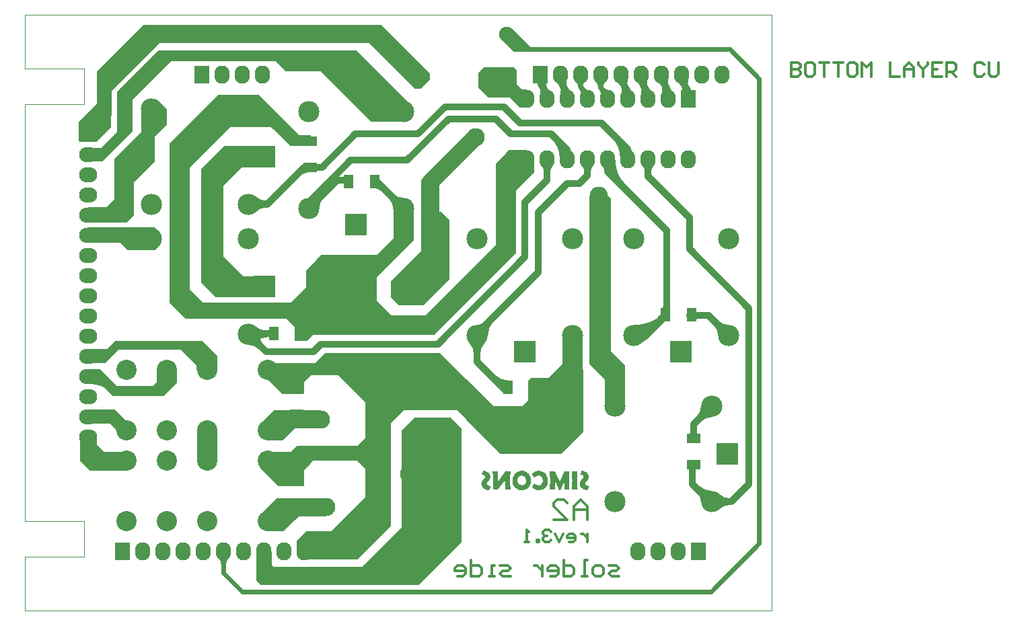
<source format=gbl>
%FSLAX25Y25*%
%MOIN*%
G70*
G01*
G75*
G04 Layer_Physical_Order=2*
G04 Layer_Color=16711680*
%ADD10C,0.03200*%
%ADD11C,0.02400*%
%ADD12R,0.06693X0.06693*%
%ADD13R,0.06693X0.06693*%
%ADD14C,0.00400*%
%ADD15C,0.01200*%
%ADD16R,0.07500X0.09000*%
%ADD17O,0.07500X0.09000*%
%ADD18O,0.07500X0.09000*%
%ADD19R,0.07500X0.09000*%
%ADD20O,0.09000X0.07500*%
%ADD21R,0.09000X0.07500*%
%ADD22R,0.10500X0.10500*%
%ADD23C,0.10500*%
%ADD24R,0.10500X0.10500*%
%ADD25C,0.10000*%
%ADD26C,0.09000*%
%ADD27C,0.07500*%
%ADD28C,0.06000*%
%ADD29C,0.04000*%
%ADD30R,0.06693X0.05118*%
%ADD31R,0.05118X0.06693*%
%ADD32C,0.01400*%
G36*
X429500Y476000D02*
X433000Y472500D01*
X444000D01*
Y463000D01*
X426000D01*
X423500Y465500D01*
X421000Y468000D01*
Y479500D01*
Y480000D01*
X429500D01*
Y476000D01*
D02*
G37*
G36*
X543000Y440500D02*
X529300D01*
X527600Y438800D01*
X521800Y433000D01*
X513900D01*
X510400Y441400D01*
X518500Y449500D01*
X543000D01*
Y440500D01*
D02*
G37*
G36*
X610000Y484000D02*
Y478000D01*
Y427500D01*
X603500Y421000D01*
X589000Y406500D01*
X510500D01*
X510000Y407000D01*
X508500Y408500D01*
Y423000D01*
X516000D01*
Y416500D01*
X517000Y415500D01*
X561000D01*
X580500Y435000D01*
Y469500D01*
Y483000D01*
X585500Y488000D01*
X587000Y489500D01*
X604500D01*
X610000Y484000D01*
D02*
G37*
G36*
X446500Y485500D02*
X443000Y482000D01*
X440000D01*
Y482500D01*
X438500Y484000D01*
X436000Y486500D01*
X425000D01*
Y493500D01*
X438500D01*
X446500Y485500D01*
D02*
G37*
G36*
X540500Y484000D02*
X527500D01*
X524500Y481000D01*
X521500Y478000D01*
X514000D01*
X510500Y486500D01*
X517000Y493000D01*
X540500D01*
Y484000D01*
D02*
G37*
G36*
X489000Y482500D02*
Y467500D01*
X481000D01*
X480000Y466500D01*
X479000Y467500D01*
Y483000D01*
X488500D01*
X489000Y482500D01*
D02*
G37*
G36*
X667456Y462806D02*
X667500Y462762D01*
X667515Y462718D01*
Y462689D01*
Y462557D01*
Y462396D01*
X667500Y462074D01*
Y461723D01*
X667485Y461386D01*
Y461079D01*
Y460947D01*
X667471Y460830D01*
Y460727D01*
Y460654D01*
Y460610D01*
Y460595D01*
X667456Y460347D01*
Y460112D01*
Y459893D01*
X667442Y459688D01*
Y459497D01*
Y459322D01*
Y459161D01*
X667427Y459029D01*
Y458912D01*
Y458795D01*
Y458707D01*
Y458634D01*
Y458575D01*
Y458531D01*
Y458517D01*
Y458502D01*
Y458326D01*
Y458121D01*
X667442Y457872D01*
Y457609D01*
X667456Y457331D01*
Y457038D01*
X667485Y456467D01*
X667500Y456174D01*
Y455911D01*
X667515Y455676D01*
X667529Y455457D01*
Y455281D01*
X667544Y455149D01*
Y455061D01*
Y455047D01*
Y455032D01*
X667559Y454813D01*
Y454622D01*
X667573Y454461D01*
Y454329D01*
X667588Y454212D01*
Y454125D01*
Y454051D01*
Y453993D01*
X667603Y453920D01*
Y453890D01*
X667588Y453832D01*
X667573Y453788D01*
X667515Y453729D01*
X667456Y453715D01*
X667427Y453700D01*
X667368Y453685D01*
X667295D01*
X667119Y453671D01*
X666929Y453656D01*
X666724D01*
X666519Y453641D01*
X665963D01*
X665743Y453656D01*
X665553D01*
X665377Y453671D01*
X665260Y453685D01*
X665158D01*
X665099Y453700D01*
X664982D01*
X664938Y453715D01*
X664909D01*
X664880Y453759D01*
X664850Y453802D01*
Y453861D01*
Y453876D01*
Y454037D01*
Y454198D01*
Y454564D01*
X664865Y454944D01*
Y455325D01*
X664880Y455501D01*
Y455662D01*
Y455808D01*
Y455940D01*
X664894Y456042D01*
Y456116D01*
Y456174D01*
Y456189D01*
Y456467D01*
X664909Y456731D01*
Y456979D01*
Y457199D01*
Y457419D01*
Y457609D01*
X664923Y457770D01*
Y457931D01*
Y458063D01*
Y458180D01*
Y458282D01*
Y458356D01*
Y458429D01*
Y458473D01*
Y458487D01*
Y458502D01*
Y458648D01*
Y458795D01*
X664909Y459131D01*
X664894Y459468D01*
X664880Y459820D01*
Y460112D01*
X664865Y460259D01*
Y460361D01*
X664850Y460464D01*
Y460537D01*
Y460581D01*
Y460595D01*
X664836Y460844D01*
X664821Y461093D01*
Y461313D01*
X664806Y461518D01*
Y461708D01*
X664792Y461869D01*
Y462030D01*
Y462177D01*
X664777Y462294D01*
Y462396D01*
Y462484D01*
Y462557D01*
Y462616D01*
Y462660D01*
Y462674D01*
Y462689D01*
X664792Y462733D01*
X664806Y462777D01*
X664865Y462821D01*
X664938Y462835D01*
X665348D01*
X665436Y462821D01*
X665699D01*
X665831Y462806D01*
X666329D01*
X666534Y462821D01*
X666915D01*
X667032Y462835D01*
X667368D01*
X667456Y462806D01*
D02*
G37*
G36*
X640284Y463070D02*
X640636Y463026D01*
X640972Y462953D01*
X641294Y462865D01*
X641587Y462762D01*
X641865Y462630D01*
X642114Y462513D01*
X642349Y462382D01*
X642554Y462235D01*
X642729Y462118D01*
X642890Y462001D01*
X643022Y461884D01*
X643124Y461796D01*
X643198Y461723D01*
X643242Y461679D01*
X643256Y461664D01*
X643491Y461401D01*
X643681Y461123D01*
X643856Y460844D01*
X644003Y460552D01*
X644135Y460259D01*
X644237Y459981D01*
X644325Y459702D01*
X644398Y459439D01*
X644457Y459190D01*
X644486Y458970D01*
X644515Y458765D01*
X644545Y458590D01*
Y458443D01*
X644559Y458341D01*
Y458282D01*
Y458253D01*
X644545Y457887D01*
X644501Y457521D01*
X644442Y457184D01*
X644354Y456877D01*
X644252Y456569D01*
X644149Y456291D01*
X644032Y456042D01*
X643900Y455808D01*
X643783Y455589D01*
X643666Y455413D01*
X643564Y455252D01*
X643461Y455120D01*
X643373Y455018D01*
X643315Y454930D01*
X643271Y454886D01*
X643256Y454871D01*
X643007Y454622D01*
X642729Y454403D01*
X642466Y454227D01*
X642173Y454066D01*
X641895Y453920D01*
X641617Y453802D01*
X641353Y453715D01*
X641089Y453641D01*
X640855Y453583D01*
X640621Y453539D01*
X640431Y453510D01*
X640255Y453495D01*
X640109Y453480D01*
X640006Y453466D01*
X639918D01*
X639552Y453480D01*
X639201Y453524D01*
X638864Y453597D01*
X638542Y453685D01*
X638249Y453788D01*
X637971Y453905D01*
X637722Y454037D01*
X637488Y454169D01*
X637283Y454286D01*
X637093Y454417D01*
X636932Y454534D01*
X636800Y454637D01*
X636697Y454725D01*
X636624Y454798D01*
X636580Y454842D01*
X636566Y454857D01*
X636332Y455120D01*
X636141Y455398D01*
X635965Y455676D01*
X635819Y455969D01*
X635687Y456247D01*
X635585Y456540D01*
X635497Y456804D01*
X635424Y457067D01*
X635365Y457316D01*
X635336Y457536D01*
X635307Y457741D01*
X635277Y457916D01*
Y458063D01*
X635263Y458165D01*
Y458224D01*
Y458253D01*
X635277Y458619D01*
X635321Y458985D01*
X635380Y459322D01*
X635468Y459644D01*
X635570Y459937D01*
X635673Y460215D01*
X635805Y460478D01*
X635922Y460713D01*
X636039Y460932D01*
X636156Y461123D01*
X636273Y461283D01*
X636375Y461415D01*
X636463Y461518D01*
X636522Y461606D01*
X636566Y461650D01*
X636580Y461664D01*
X636844Y461913D01*
X637107Y462133D01*
X637386Y462323D01*
X637664Y462484D01*
X637942Y462630D01*
X638220Y462733D01*
X638484Y462835D01*
X638747Y462909D01*
X638996Y462967D01*
X639216Y463011D01*
X639406Y463040D01*
X639582Y463070D01*
X639728D01*
X639830Y463084D01*
X639918D01*
X640284Y463070D01*
D02*
G37*
G36*
X669784Y463099D02*
X669799D01*
X670267Y463011D01*
X670692Y462879D01*
X671072Y462747D01*
X671233Y462674D01*
X671394Y462601D01*
X671526Y462528D01*
X671658Y462469D01*
X671760Y462411D01*
X671848Y462352D01*
X671921Y462308D01*
X671965Y462279D01*
X671995Y462264D01*
X672009Y462250D01*
X672199Y462103D01*
X672375Y461942D01*
X672522Y461781D01*
X672639Y461606D01*
X672756Y461445D01*
X672844Y461283D01*
X672917Y461123D01*
X672975Y460961D01*
X673049Y460698D01*
X673078Y460566D01*
X673093Y460478D01*
Y460391D01*
X673107Y460332D01*
Y460288D01*
Y460273D01*
X673093Y459981D01*
X673034Y459688D01*
X672961Y459439D01*
X672888Y459219D01*
X672800Y459044D01*
X672741Y458897D01*
X672683Y458809D01*
X672668Y458795D01*
Y458780D01*
X672653Y458751D01*
X672609Y458707D01*
X672507Y458575D01*
X672375Y458414D01*
X672229Y458238D01*
X672082Y458077D01*
X671951Y457931D01*
X671907Y457872D01*
X671863Y457829D01*
X671848Y457799D01*
X671834Y457785D01*
X671687Y457594D01*
X671570Y457419D01*
X671497Y457258D01*
X671438Y457126D01*
X671409Y457009D01*
X671380Y456921D01*
Y456862D01*
Y456848D01*
Y456731D01*
X671409Y456613D01*
X671482Y456408D01*
X671599Y456247D01*
X671716Y456101D01*
X671848Y455999D01*
X671965Y455911D01*
X672039Y455867D01*
X672053Y455852D01*
X672068D01*
X672126Y455823D01*
X672199Y455794D01*
X672390Y455720D01*
X672595Y455662D01*
X672800Y455603D01*
X672990Y455559D01*
X673151Y455515D01*
X673224Y455501D01*
X673268D01*
X673298Y455486D01*
X673312D01*
X673356Y455457D01*
X673385Y455428D01*
X673400Y455413D01*
Y455398D01*
Y455354D01*
X673371Y455296D01*
X673312Y455135D01*
X673239Y454959D01*
X673137Y454754D01*
X673049Y454578D01*
X672961Y454417D01*
X672931Y454359D01*
X672902Y454315D01*
X672888Y454286D01*
Y454271D01*
X672800Y454110D01*
X672712Y453978D01*
X672639Y453846D01*
X672566Y453744D01*
X672507Y453656D01*
X672448Y453583D01*
X672361Y453480D01*
X672302Y453407D01*
X672258Y453378D01*
X672229Y453363D01*
X672170Y453378D01*
X672141D01*
X671629Y453495D01*
X671175Y453641D01*
X670970Y453729D01*
X670779Y453817D01*
X670589Y453905D01*
X670428Y453993D01*
X670282Y454066D01*
X670150Y454154D01*
X670033Y454227D01*
X669945Y454286D01*
X669872Y454344D01*
X669813Y454388D01*
X669784Y454403D01*
X669769Y454417D01*
X669564Y454593D01*
X669403Y454783D01*
X669242Y454974D01*
X669110Y455179D01*
X669008Y455369D01*
X668920Y455559D01*
X668847Y455735D01*
X668788Y455911D01*
X668730Y456072D01*
X668701Y456218D01*
X668671Y456350D01*
X668657Y456467D01*
X668642Y456555D01*
Y456628D01*
Y456672D01*
Y456687D01*
X668657Y456950D01*
X668715Y457214D01*
X668788Y457463D01*
X668876Y457667D01*
X668964Y457858D01*
X669037Y458004D01*
X669067Y458048D01*
X669096Y458092D01*
X669110Y458107D01*
Y458121D01*
X669125Y458136D01*
X669154Y458180D01*
X669213Y458238D01*
X669257Y458312D01*
X669403Y458487D01*
X669564Y458678D01*
X669711Y458868D01*
X669842Y459044D01*
X669901Y459102D01*
X669945Y459161D01*
X669960Y459190D01*
X669974Y459205D01*
X670135Y459410D01*
X670238Y459600D01*
X670326Y459776D01*
X670384Y459922D01*
X670413Y460024D01*
X670428Y460112D01*
X670443Y460171D01*
Y460185D01*
X670428Y460347D01*
X670384Y460478D01*
X670311Y460610D01*
X670238Y460698D01*
X670165Y460771D01*
X670091Y460830D01*
X670047Y460859D01*
X670033Y460874D01*
X669901Y460947D01*
X669755Y461005D01*
X669608Y461035D01*
X669477Y461064D01*
X669374Y461079D01*
X669272Y461093D01*
X669081D01*
X669037Y461079D01*
X669023D01*
X668935Y461064D01*
X668847D01*
X668774Y461079D01*
X668730Y461123D01*
X668715Y461152D01*
Y461166D01*
X668730Y461210D01*
X668745Y461240D01*
X668847Y461459D01*
X668949Y461664D01*
X669037Y461855D01*
X669125Y462030D01*
X669198Y462177D01*
X669257Y462323D01*
X669315Y462455D01*
X669359Y462557D01*
X669433Y462733D01*
X669491Y462865D01*
X669506Y462923D01*
X669520Y462953D01*
X669550Y463011D01*
X669564Y463040D01*
X669623Y463099D01*
X669667Y463113D01*
X669755D01*
X669784Y463099D01*
D02*
G37*
G36*
X621047D02*
X621062D01*
X621530Y463011D01*
X621955Y462879D01*
X622336Y462747D01*
X622497Y462674D01*
X622658Y462601D01*
X622789Y462528D01*
X622921Y462469D01*
X623024Y462411D01*
X623112Y462352D01*
X623185Y462308D01*
X623229Y462279D01*
X623258Y462264D01*
X623273Y462250D01*
X623463Y462103D01*
X623639Y461942D01*
X623785Y461781D01*
X623902Y461606D01*
X624019Y461445D01*
X624107Y461283D01*
X624180Y461123D01*
X624239Y460961D01*
X624312Y460698D01*
X624341Y460566D01*
X624356Y460478D01*
Y460391D01*
X624371Y460332D01*
Y460288D01*
Y460273D01*
X624356Y459981D01*
X624297Y459688D01*
X624224Y459439D01*
X624151Y459219D01*
X624063Y459044D01*
X624005Y458897D01*
X623946Y458809D01*
X623931Y458795D01*
Y458780D01*
X623917Y458751D01*
X623873Y458707D01*
X623770Y458575D01*
X623639Y458414D01*
X623492Y458238D01*
X623346Y458077D01*
X623214Y457931D01*
X623170Y457872D01*
X623126Y457829D01*
X623112Y457799D01*
X623097Y457785D01*
X622951Y457594D01*
X622833Y457419D01*
X622760Y457258D01*
X622702Y457126D01*
X622672Y457009D01*
X622643Y456921D01*
Y456862D01*
Y456848D01*
Y456731D01*
X622672Y456613D01*
X622746Y456408D01*
X622863Y456247D01*
X622980Y456101D01*
X623112Y455999D01*
X623229Y455911D01*
X623302Y455867D01*
X623317Y455852D01*
X623331D01*
X623390Y455823D01*
X623463Y455794D01*
X623653Y455720D01*
X623858Y455662D01*
X624063Y455603D01*
X624254Y455559D01*
X624415Y455515D01*
X624488Y455501D01*
X624532D01*
X624561Y455486D01*
X624576D01*
X624619Y455457D01*
X624649Y455428D01*
X624663Y455413D01*
Y455398D01*
Y455354D01*
X624634Y455296D01*
X624576Y455135D01*
X624502Y454959D01*
X624400Y454754D01*
X624312Y454578D01*
X624224Y454417D01*
X624195Y454359D01*
X624166Y454315D01*
X624151Y454286D01*
Y454271D01*
X624063Y454110D01*
X623975Y453978D01*
X623902Y453846D01*
X623829Y453744D01*
X623770Y453656D01*
X623712Y453583D01*
X623624Y453480D01*
X623565Y453407D01*
X623522Y453378D01*
X623492Y453363D01*
X623434Y453378D01*
X623404D01*
X622892Y453495D01*
X622438Y453641D01*
X622233Y453729D01*
X622043Y453817D01*
X621853Y453905D01*
X621692Y453993D01*
X621545Y454066D01*
X621413Y454154D01*
X621296Y454227D01*
X621208Y454286D01*
X621135Y454344D01*
X621077Y454388D01*
X621047Y454403D01*
X621033Y454417D01*
X620828Y454593D01*
X620667Y454783D01*
X620506Y454974D01*
X620374Y455179D01*
X620271Y455369D01*
X620184Y455559D01*
X620110Y455735D01*
X620052Y455911D01*
X619993Y456072D01*
X619964Y456218D01*
X619935Y456350D01*
X619920Y456467D01*
X619905Y456555D01*
Y456628D01*
Y456672D01*
Y456687D01*
X619920Y456950D01*
X619979Y457214D01*
X620052Y457463D01*
X620140Y457667D01*
X620227Y457858D01*
X620301Y458004D01*
X620330Y458048D01*
X620359Y458092D01*
X620374Y458107D01*
Y458121D01*
X620389Y458136D01*
X620418Y458180D01*
X620476Y458238D01*
X620520Y458312D01*
X620667Y458487D01*
X620828Y458678D01*
X620974Y458868D01*
X621106Y459044D01*
X621165Y459102D01*
X621208Y459161D01*
X621223Y459190D01*
X621238Y459205D01*
X621399Y459410D01*
X621501Y459600D01*
X621589Y459776D01*
X621648Y459922D01*
X621677Y460024D01*
X621692Y460112D01*
X621706Y460171D01*
Y460185D01*
X621692Y460347D01*
X621648Y460478D01*
X621574Y460610D01*
X621501Y460698D01*
X621428Y460771D01*
X621355Y460830D01*
X621311Y460859D01*
X621296Y460874D01*
X621165Y460947D01*
X621018Y461005D01*
X620872Y461035D01*
X620740Y461064D01*
X620637Y461079D01*
X620535Y461093D01*
X620345D01*
X620301Y461079D01*
X620286D01*
X620198Y461064D01*
X620110D01*
X620037Y461079D01*
X619993Y461123D01*
X619979Y461152D01*
Y461166D01*
X619993Y461210D01*
X620008Y461240D01*
X620110Y461459D01*
X620213Y461664D01*
X620301Y461855D01*
X620389Y462030D01*
X620462Y462177D01*
X620520Y462323D01*
X620579Y462455D01*
X620623Y462557D01*
X620696Y462733D01*
X620755Y462865D01*
X620769Y462923D01*
X620784Y462953D01*
X620813Y463011D01*
X620828Y463040D01*
X620886Y463099D01*
X620930Y463113D01*
X621018D01*
X621047Y463099D01*
D02*
G37*
G36*
X632232Y462967D02*
X632408Y462953D01*
X632481Y462938D01*
X632540D01*
X632584Y462923D01*
X632598D01*
X632730Y462894D01*
X632833Y462879D01*
X632920Y462865D01*
X632994Y462850D01*
X633052D01*
X633081Y462835D01*
X633111D01*
X633301Y462821D01*
X633477Y462806D01*
X633638D01*
X633770Y462791D01*
X634121D01*
X634179Y462762D01*
X634223Y462747D01*
X634253Y462718D01*
X634282Y462674D01*
Y462645D01*
Y462499D01*
Y462338D01*
X634267Y461986D01*
Y461606D01*
X634253Y461240D01*
Y461079D01*
X634238Y460918D01*
Y460771D01*
Y460654D01*
X634223Y460552D01*
Y460478D01*
Y460420D01*
Y460405D01*
X634209Y460127D01*
Y459878D01*
X634194Y459644D01*
Y459424D01*
X634179Y459219D01*
Y459029D01*
Y458868D01*
X634165Y458721D01*
Y458590D01*
Y458473D01*
Y458370D01*
Y458297D01*
Y458238D01*
Y458180D01*
Y458165D01*
Y458151D01*
Y458004D01*
Y457858D01*
X634179Y457521D01*
X634194Y457170D01*
Y456818D01*
X634209Y456511D01*
X634223Y456364D01*
Y456247D01*
X634238Y456145D01*
Y456072D01*
Y456028D01*
Y456013D01*
X634253Y455750D01*
Y455515D01*
X634267Y455296D01*
Y455076D01*
X634282Y454886D01*
Y454725D01*
Y454564D01*
Y454417D01*
X634297Y454300D01*
Y454183D01*
Y454095D01*
Y454022D01*
Y453964D01*
Y453920D01*
Y453905D01*
Y453890D01*
X634282Y453832D01*
X634267Y453788D01*
X634209Y453729D01*
X634150Y453700D01*
X631866D01*
X631808Y453715D01*
X631749Y453729D01*
X631705Y453817D01*
X631676Y453890D01*
Y453905D01*
Y453920D01*
Y454066D01*
Y454242D01*
Y454593D01*
X631691Y454974D01*
Y455340D01*
X631705Y455515D01*
Y455676D01*
Y455823D01*
Y455940D01*
X631720Y456042D01*
Y456130D01*
Y456174D01*
Y456189D01*
Y456467D01*
X631735Y456716D01*
Y456965D01*
X631749Y457184D01*
Y457389D01*
Y457565D01*
Y457741D01*
X631764Y457887D01*
Y458019D01*
Y458136D01*
Y458238D01*
Y458312D01*
Y458385D01*
Y458429D01*
Y458443D01*
Y458458D01*
X631749Y458531D01*
X631735Y458575D01*
X631720Y458590D01*
Y458604D01*
X631676Y458575D01*
X631647Y458546D01*
X631617Y458531D01*
X631295Y458121D01*
X631017Y457755D01*
X630783Y457448D01*
X630578Y457199D01*
X630432Y456994D01*
X630329Y456862D01*
X630256Y456774D01*
X630241Y456745D01*
X629949Y456350D01*
X629685Y455999D01*
X629436Y455676D01*
X629216Y455384D01*
X629026Y455120D01*
X628851Y454901D01*
X628704Y454696D01*
X628572Y454520D01*
X628455Y454373D01*
X628367Y454242D01*
X628294Y454154D01*
X628236Y454066D01*
X628192Y454007D01*
X628162Y453964D01*
X628133Y453949D01*
Y453934D01*
X628075Y453861D01*
X628016Y453817D01*
X627928Y453759D01*
X627870Y453729D01*
X627694D01*
X627533Y453715D01*
X627460D01*
X627401Y453700D01*
X627225D01*
X627123Y453685D01*
X626684D01*
X626537Y453700D01*
X625879D01*
X625820Y453715D01*
X625761Y453729D01*
X625717Y453788D01*
X625688Y453846D01*
Y453876D01*
Y458165D01*
Y458312D01*
Y458473D01*
X625674Y458824D01*
Y459205D01*
X625659Y459571D01*
Y459732D01*
X625644Y459893D01*
Y460039D01*
Y460156D01*
X625630Y460259D01*
Y460347D01*
Y460391D01*
Y460405D01*
X625615Y460683D01*
Y460932D01*
X625600Y461166D01*
Y461386D01*
X625586Y461591D01*
Y461767D01*
Y461942D01*
X625571Y462089D01*
Y462220D01*
Y462338D01*
Y462425D01*
Y462499D01*
Y462572D01*
Y462616D01*
Y462630D01*
Y462645D01*
Y462718D01*
X625586Y462762D01*
X625630Y462821D01*
X625688Y462850D01*
X626040D01*
X626245Y462835D01*
X626611D01*
X626742Y462821D01*
X626874D01*
X627152Y462806D01*
X627591D01*
X627752Y462791D01*
X628045D01*
X628089Y462777D01*
X628119Y462747D01*
X628162Y462674D01*
X628177Y462586D01*
Y462557D01*
Y462543D01*
Y462411D01*
Y462250D01*
X628162Y461928D01*
X628148Y461591D01*
X628133Y461254D01*
Y460947D01*
X628119Y460815D01*
Y460698D01*
X628104Y460610D01*
Y460537D01*
Y460493D01*
Y460478D01*
X628089Y460229D01*
X628075Y459995D01*
Y459776D01*
X628060Y459571D01*
Y459395D01*
X628045Y459219D01*
Y459073D01*
Y458926D01*
X628031Y458809D01*
Y458707D01*
Y458619D01*
Y458546D01*
Y458487D01*
Y458443D01*
Y458429D01*
Y458414D01*
Y458253D01*
X628045Y458121D01*
X628060Y458033D01*
X628075Y457975D01*
X628089Y457946D01*
X628104Y457931D01*
X628119Y457916D01*
X628162Y457931D01*
X628206Y457946D01*
X628294Y458019D01*
X628367Y458077D01*
X628382Y458092D01*
X628397Y458107D01*
X628631Y458414D01*
X628836Y458678D01*
X629011Y458912D01*
X629143Y459102D01*
X629260Y459234D01*
X629334Y459336D01*
X629378Y459410D01*
X629392Y459424D01*
X631837Y462747D01*
X631896Y462821D01*
X631940Y462879D01*
X631983Y462923D01*
X632013Y462953D01*
X632057Y462982D01*
X632071D01*
X632232Y462967D01*
D02*
G37*
G36*
X648834Y463040D02*
X649185Y462996D01*
X649493Y462923D01*
X649800Y462835D01*
X650078Y462718D01*
X650342Y462601D01*
X650591Y462469D01*
X650810Y462338D01*
X651001Y462191D01*
X651177Y462059D01*
X651323Y461942D01*
X651455Y461840D01*
X651543Y461737D01*
X651616Y461664D01*
X651660Y461620D01*
X651674Y461606D01*
X651879Y461342D01*
X652070Y461064D01*
X652231Y460786D01*
X652362Y460493D01*
X652479Y460215D01*
X652582Y459937D01*
X652655Y459658D01*
X652728Y459395D01*
X652772Y459161D01*
X652816Y458941D01*
X652831Y458736D01*
X652860Y458575D01*
Y458429D01*
X652875Y458326D01*
Y458268D01*
Y458238D01*
X652860Y457858D01*
X652816Y457506D01*
X652758Y457170D01*
X652684Y456848D01*
X652597Y456540D01*
X652494Y456262D01*
X652377Y456013D01*
X652260Y455779D01*
X652157Y455559D01*
X652040Y455384D01*
X651938Y455223D01*
X651850Y455091D01*
X651777Y454974D01*
X651718Y454901D01*
X651674Y454857D01*
X651660Y454842D01*
X651411Y454593D01*
X651147Y454388D01*
X650884Y454198D01*
X650605Y454051D01*
X650327Y453920D01*
X650064Y453802D01*
X649786Y453715D01*
X649537Y453641D01*
X649288Y453583D01*
X649068Y453539D01*
X648878Y453510D01*
X648702Y453495D01*
X648556Y453480D01*
X648453Y453466D01*
X648366D01*
X648000Y453480D01*
X647663Y453524D01*
X647341Y453597D01*
X647033Y453685D01*
X646755Y453802D01*
X646492Y453920D01*
X646257Y454037D01*
X646038Y454183D01*
X645848Y454315D01*
X645672Y454432D01*
X645525Y454564D01*
X645408Y454666D01*
X645306Y454754D01*
X645247Y454827D01*
X645203Y454871D01*
X645189Y454886D01*
X645101Y455003D01*
X645057Y455091D01*
X645042Y455149D01*
Y455164D01*
Y455179D01*
X645057Y455223D01*
X645116Y455325D01*
X645189Y455442D01*
X645277Y455589D01*
X645379Y455720D01*
X645452Y455837D01*
X645511Y455925D01*
X645525Y455940D01*
Y455955D01*
X645686Y456189D01*
X645818Y456379D01*
X645906Y456526D01*
X645979Y456628D01*
X646038Y456701D01*
X646067Y456745D01*
X646096Y456774D01*
X646140Y456818D01*
X646184Y456833D01*
X646213Y456848D01*
X646228D01*
X646243Y456833D01*
X646287Y456804D01*
X646404Y456731D01*
X646506Y456643D01*
X646536Y456613D01*
X646550Y456599D01*
X646799Y456408D01*
X646916Y456321D01*
X647019Y456262D01*
X647092Y456203D01*
X647165Y456159D01*
X647209Y456145D01*
X647224Y456130D01*
X647414Y456057D01*
X647604Y455999D01*
X647780Y455955D01*
X647941Y455925D01*
X648087Y455911D01*
X648190Y455896D01*
X648292D01*
X648468Y455911D01*
X648629Y455925D01*
X648937Y456013D01*
X649185Y456130D01*
X649405Y456262D01*
X649581Y456394D01*
X649713Y456496D01*
X649786Y456584D01*
X649815Y456599D01*
Y456613D01*
X649991Y456877D01*
X650108Y457155D01*
X650196Y457433D01*
X650269Y457697D01*
X650298Y457931D01*
X650313Y458033D01*
Y458121D01*
X650327Y458180D01*
Y458238D01*
Y458268D01*
Y458282D01*
X650298Y458634D01*
X650240Y458956D01*
X650166Y459234D01*
X650064Y459468D01*
X649976Y459658D01*
X649888Y459805D01*
X649830Y459893D01*
X649815Y459922D01*
X649698Y460054D01*
X649581Y460171D01*
X649449Y460259D01*
X649332Y460347D01*
X649068Y460478D01*
X648819Y460566D01*
X648615Y460610D01*
X648439Y460639D01*
X648366Y460654D01*
X648278D01*
X648073Y460639D01*
X647883Y460610D01*
X647692Y460566D01*
X647531Y460522D01*
X647399Y460478D01*
X647297Y460434D01*
X647238Y460405D01*
X647209Y460391D01*
X646960Y460244D01*
X646843Y460156D01*
X646741Y460083D01*
X646653Y460010D01*
X646580Y459966D01*
X646536Y459922D01*
X646521Y459907D01*
X646419Y459820D01*
X646345Y459761D01*
X646287Y459702D01*
X646243Y459673D01*
X646213Y459644D01*
X646199D01*
X646140Y459658D01*
X646111Y459673D01*
X646082Y459688D01*
X646067Y459702D01*
X646038Y459732D01*
X646009Y459761D01*
X645921Y459878D01*
X645833Y460024D01*
X645730Y460171D01*
X645643Y460332D01*
X645569Y460464D01*
X645511Y460552D01*
X645496Y460566D01*
Y460581D01*
X645423Y460727D01*
X645350Y460844D01*
X645233Y461064D01*
X645159Y461225D01*
X645101Y461342D01*
X645072Y461415D01*
X645042Y461474D01*
Y461503D01*
X645057Y461591D01*
X645101Y461664D01*
X645159Y461723D01*
X645174Y461752D01*
X645408Y461986D01*
X645657Y462177D01*
X645921Y462352D01*
X646199Y462499D01*
X646477Y462630D01*
X646755Y462733D01*
X647019Y462821D01*
X647282Y462894D01*
X647531Y462953D01*
X647751Y462982D01*
X647956Y463011D01*
X648131Y463040D01*
X648278D01*
X648395Y463055D01*
X648483D01*
X648834Y463040D01*
D02*
G37*
G36*
X654353Y462894D02*
X654427D01*
X654485Y462879D01*
X654544D01*
X654661Y462865D01*
X654851D01*
X654924Y462850D01*
X655232D01*
X655407Y462865D01*
X655627D01*
X655759Y462879D01*
X655876D01*
X655978Y462894D01*
X656198D01*
X656242Y462879D01*
X656286Y462850D01*
X656374Y462762D01*
X656432Y462674D01*
X656447Y462645D01*
Y462630D01*
X656681Y462133D01*
X656901Y461664D01*
X657106Y461225D01*
X657296Y460815D01*
X657472Y460449D01*
X657633Y460112D01*
X657779Y459805D01*
X657896Y459527D01*
X658013Y459293D01*
X658116Y459073D01*
X658204Y458897D01*
X658277Y458765D01*
X658321Y458648D01*
X658365Y458561D01*
X658379Y458517D01*
X658394Y458502D01*
X658467Y458341D01*
X658540Y458209D01*
X658599Y458121D01*
X658628Y458063D01*
X658672Y458033D01*
X658687Y458019D01*
X658701Y458004D01*
X658760Y458019D01*
X658804Y458077D01*
X658862Y458136D01*
X658921Y458224D01*
X658965Y458297D01*
X659009Y458370D01*
X659024Y458414D01*
X659038Y458429D01*
X660941Y462616D01*
X660985Y462704D01*
X661029Y462777D01*
X661059Y462821D01*
X661088Y462865D01*
X661117Y462894D01*
X661454D01*
X661629Y462879D01*
X661966D01*
X662098Y462865D01*
X662464D01*
X662683Y462850D01*
X663372D01*
X663445Y462835D01*
X663489Y462806D01*
X663518Y462791D01*
X663547Y462733D01*
Y462718D01*
Y462601D01*
X663533Y462220D01*
X663518Y461898D01*
X663503Y461620D01*
X663489Y461401D01*
Y461225D01*
Y461093D01*
Y461020D01*
Y460991D01*
X663474Y460610D01*
X663459Y460273D01*
Y459951D01*
X663445Y459673D01*
Y459410D01*
X663430Y459175D01*
Y458970D01*
Y458795D01*
X663415Y458634D01*
Y458502D01*
Y458385D01*
Y458297D01*
Y458238D01*
Y458194D01*
Y458165D01*
Y458151D01*
Y458004D01*
Y457858D01*
X663430Y457521D01*
X663445Y457170D01*
Y456818D01*
X663459Y456511D01*
X663474Y456364D01*
Y456247D01*
X663489Y456145D01*
Y456072D01*
Y456028D01*
Y456013D01*
X663503Y455750D01*
Y455515D01*
X663518Y455296D01*
Y455076D01*
X663533Y454886D01*
Y454710D01*
Y454549D01*
Y454417D01*
X663547Y454286D01*
Y454183D01*
Y454081D01*
Y454007D01*
Y453949D01*
Y453905D01*
Y453890D01*
Y453876D01*
Y453817D01*
X663533Y453759D01*
Y453744D01*
Y453729D01*
X663489Y453715D01*
X663445Y453700D01*
X661205D01*
X661146Y453715D01*
X661088Y453729D01*
X661044Y453817D01*
X661015Y453890D01*
Y453905D01*
Y453920D01*
Y454051D01*
Y454183D01*
Y454491D01*
X661029Y454813D01*
Y455120D01*
Y455398D01*
X661044Y455530D01*
Y455632D01*
Y455720D01*
Y455779D01*
Y455823D01*
Y455837D01*
Y456072D01*
X661059Y456291D01*
Y456482D01*
Y456672D01*
Y456848D01*
Y456994D01*
X661073Y457140D01*
Y457272D01*
Y457375D01*
Y457477D01*
Y457550D01*
Y457623D01*
Y457667D01*
Y457711D01*
Y457741D01*
Y457829D01*
X661059Y457887D01*
Y457916D01*
Y457931D01*
X661015Y457887D01*
X661000Y457872D01*
Y457858D01*
X660941Y457726D01*
X660868Y457580D01*
X660722Y457258D01*
X660575Y456921D01*
X660429Y456584D01*
X660283Y456262D01*
X660224Y456130D01*
X660180Y456013D01*
X660136Y455911D01*
X660107Y455837D01*
X660078Y455794D01*
Y455779D01*
X659975Y455530D01*
X659873Y455296D01*
X659785Y455076D01*
X659697Y454871D01*
X659609Y454681D01*
X659536Y454520D01*
X659463Y454359D01*
X659404Y454227D01*
X659346Y454095D01*
X659302Y453993D01*
X659258Y453905D01*
X659214Y453832D01*
X659185Y453773D01*
X659170Y453729D01*
X659155Y453715D01*
Y453700D01*
X659111Y453656D01*
X659053Y453627D01*
X658921Y453597D01*
X658862Y453583D01*
X658482D01*
X658409Y453627D01*
X658365Y453671D01*
X658335Y453729D01*
X658321Y453744D01*
X658145Y454183D01*
X657969Y454593D01*
X657808Y454988D01*
X657662Y455340D01*
X657603Y455486D01*
X657545Y455632D01*
X657486Y455750D01*
X657442Y455852D01*
X657413Y455940D01*
X657384Y455999D01*
X657369Y456042D01*
Y456057D01*
X657223Y456408D01*
X657106Y456701D01*
X656989Y456965D01*
X656901Y457199D01*
X656813Y457389D01*
X656754Y457550D01*
X656696Y457682D01*
X656637Y457785D01*
X656608Y457872D01*
X656564Y457931D01*
X656549Y457975D01*
X656535Y458019D01*
X656505Y458048D01*
X656476Y458033D01*
X656461Y458019D01*
X656447Y457960D01*
X656432Y457887D01*
Y457872D01*
Y457858D01*
Y457726D01*
Y457580D01*
X656447Y457272D01*
Y456950D01*
X656461Y456628D01*
X656476Y456335D01*
Y456203D01*
Y456101D01*
X656491Y456013D01*
Y455940D01*
Y455896D01*
Y455881D01*
Y455647D01*
X656505Y455428D01*
Y455223D01*
X656520Y455032D01*
Y454857D01*
Y454696D01*
Y454549D01*
X656535Y454417D01*
Y454300D01*
Y454198D01*
Y454110D01*
Y454037D01*
Y453993D01*
Y453949D01*
Y453934D01*
Y453920D01*
X656520Y453846D01*
X656505Y453788D01*
X656476Y453759D01*
X656447Y453729D01*
X656388Y453700D01*
X654031D01*
X653973Y453715D01*
X653914Y453729D01*
X653870Y453802D01*
X653841Y453861D01*
Y453876D01*
Y453890D01*
Y454037D01*
Y454183D01*
X653856Y454520D01*
Y454871D01*
X653870Y455223D01*
X653885Y455530D01*
Y455662D01*
Y455779D01*
X653899Y455881D01*
Y455955D01*
Y455999D01*
Y456013D01*
X653914Y456277D01*
Y456511D01*
X653929Y456745D01*
Y456950D01*
X653943Y457140D01*
Y457316D01*
Y457477D01*
Y457623D01*
X653958Y457741D01*
Y457858D01*
Y457946D01*
Y458019D01*
Y458077D01*
Y458121D01*
Y458136D01*
Y458151D01*
Y458312D01*
Y458473D01*
X653943Y458839D01*
Y459219D01*
X653929Y459585D01*
Y459761D01*
X653914Y459922D01*
Y460068D01*
Y460200D01*
X653899Y460303D01*
Y460376D01*
Y460434D01*
Y460449D01*
X653885Y460727D01*
Y460991D01*
X653870Y461240D01*
Y461459D01*
X653856Y461664D01*
Y461855D01*
Y462030D01*
X653841Y462177D01*
Y462323D01*
Y462440D01*
Y462543D01*
Y462616D01*
Y462674D01*
Y462733D01*
Y462747D01*
Y462762D01*
X653856Y462806D01*
X653870Y462850D01*
X653943Y462894D01*
X654017Y462909D01*
X654192D01*
X654353Y462894D01*
D02*
G37*
G36*
X585000Y644500D02*
X581500Y636000D01*
X565500D01*
X562000Y639500D01*
X540500Y661000D01*
X523000D01*
X521000Y663000D01*
X518000Y666000D01*
X512712D01*
X512505Y666063D01*
X511339Y666178D01*
X510172Y666063D01*
X509966Y666000D01*
X502712D01*
X502505Y666063D01*
X501339Y666178D01*
X500172Y666063D01*
X499965Y666000D01*
X492712D01*
X492505Y666063D01*
X491339Y666178D01*
X490172Y666063D01*
X489965Y666000D01*
X487289D01*
Y666149D01*
X475389D01*
Y666000D01*
X466000D01*
X447000Y647000D01*
Y631500D01*
X446000Y630500D01*
X432000Y616500D01*
X425000D01*
Y623000D01*
X431500D01*
X439500Y631000D01*
Y638000D01*
Y651216D01*
X459784Y671500D01*
X558000D01*
X585000Y644500D01*
D02*
G37*
G36*
X516000Y643000D02*
X529500Y629500D01*
X535500D01*
Y624500D01*
X535000Y624000D01*
X525500D01*
X522000Y627500D01*
X516000Y633500D01*
X495500D01*
X490500Y628500D01*
X475500Y613500D01*
Y601500D01*
Y553000D01*
X482000Y546500D01*
X525500D01*
X526500Y547500D01*
X533000Y554000D01*
Y556500D01*
Y557500D01*
Y562500D01*
X538000Y567500D01*
X540500Y570000D01*
X568000D01*
X568500Y570500D01*
X576500Y578500D01*
Y593000D01*
X586500D01*
Y577500D01*
X575000Y566000D01*
X568000Y559000D01*
Y547500D01*
X574000Y541500D01*
X575500Y540000D01*
X592000D01*
X606500Y554500D01*
X627000Y575000D01*
Y590000D01*
Y615500D01*
X632000Y620500D01*
X633500Y622000D01*
X642500D01*
X646000Y617500D01*
Y611000D01*
X643000Y608000D01*
X637000Y602000D01*
Y588500D01*
Y571000D01*
X629000Y563000D01*
X596500Y530500D01*
X536500D01*
X535000Y529000D01*
X534000Y528000D01*
X533500Y527500D01*
X527500D01*
Y530000D01*
Y534500D01*
X526500Y535500D01*
X523500Y538500D01*
X473500D01*
X465500Y546500D01*
Y570500D01*
Y625500D01*
X487000Y647000D01*
X489500Y649500D01*
X509500D01*
X516000Y643000D01*
D02*
G37*
G36*
X464100Y642300D02*
Y641800D01*
Y634900D01*
X461100Y631900D01*
X458000Y628800D01*
Y624500D01*
Y616300D01*
X451100Y609400D01*
X447600Y605900D01*
Y602300D01*
Y589800D01*
X446700Y588900D01*
X444000Y586200D01*
X425100D01*
Y593700D01*
X434200D01*
X435700Y595200D01*
X438200Y597700D01*
Y602000D01*
Y617700D01*
X449500Y629000D01*
X451300Y630800D01*
Y642700D01*
X456300D01*
X460000Y646400D01*
X464100Y642300D01*
D02*
G37*
G36*
X644700Y672600D02*
X647600D01*
Y670800D01*
X635900D01*
X629700Y677000D01*
X635000Y682300D01*
X644700Y672600D01*
D02*
G37*
G36*
X590000Y664500D02*
X594500Y660000D01*
Y657000D01*
X590000Y652500D01*
X587000D01*
X585500Y654000D01*
X564500Y675000D01*
X460000D01*
X436500Y651500D01*
Y633500D01*
X429500Y626500D01*
X420500D01*
Y636000D01*
X423000Y638500D01*
X429500Y645000D01*
Y653500D01*
Y661000D01*
X440000Y671500D01*
X452500Y684000D01*
X570500D01*
X590000Y664500D01*
D02*
G37*
G36*
X637500Y661500D02*
Y658500D01*
Y654500D01*
X640000Y652000D01*
X642500D01*
Y643000D01*
X639000D01*
X634000Y648000D01*
X623500D01*
X618500Y653000D01*
Y658500D01*
Y660500D01*
X621000Y663000D01*
X636000D01*
X637500Y661500D01*
D02*
G37*
G36*
X460100Y581600D02*
Y581400D01*
X456600Y577900D01*
X460200Y574300D01*
X458500Y572600D01*
X444700D01*
X444500Y572800D01*
X441100Y576200D01*
X424800D01*
Y583700D01*
X458000D01*
X460100Y581600D01*
D02*
G37*
G36*
X469000Y513000D02*
Y506500D01*
X462500Y500000D01*
X437500D01*
X433500Y504000D01*
X431000Y506500D01*
X424500D01*
Y513500D01*
X431000D01*
X439500Y505000D01*
X457000D01*
X459000Y507000D01*
Y513000D01*
X468000D01*
X468500Y513500D01*
X469000Y513000D01*
D02*
G37*
G36*
X684000Y598000D02*
Y527500D01*
Y522500D01*
X688500Y518000D01*
X691000Y515500D01*
Y495000D01*
X681000D01*
Y508500D01*
X676500Y513000D01*
X673500Y516000D01*
Y599500D01*
X682500D01*
X684000Y598000D01*
D02*
G37*
G36*
X670000Y513500D02*
X670500Y513000D01*
Y493500D01*
Y482500D01*
X669000Y481000D01*
X659500Y471500D01*
X629500D01*
X612500Y488500D01*
X608000Y493000D01*
X581500D01*
X575000Y486500D01*
Y450000D01*
Y435500D01*
X565500Y426000D01*
X558500Y419000D01*
X532000D01*
X528500Y423000D01*
Y428500D01*
X530500Y430500D01*
X533000Y433000D01*
X545500D01*
X548000Y435500D01*
X562500Y450000D01*
Y452000D01*
Y464000D01*
X558500Y468000D01*
X536500D01*
X535000Y466500D01*
X532000Y463500D01*
Y455500D01*
X519500D01*
X510500Y464500D01*
Y469000D01*
X514000Y472500D01*
X525500D01*
X528500Y475500D01*
X558500D01*
X562500Y479500D01*
Y497000D01*
X557000Y502500D01*
X549000Y510500D01*
X535500D01*
X534500Y509500D01*
X532000Y507000D01*
Y501500D01*
X531500Y501000D01*
X521500D01*
X514000Y508500D01*
Y516347D01*
X514462Y516538D01*
X514500Y516500D01*
X537500D01*
X539000Y518000D01*
X542500Y521500D01*
X599500D01*
X612500Y508500D01*
X619000Y502000D01*
X626000Y495000D01*
X640000D01*
X643000Y498000D01*
Y503000D01*
Y507500D01*
X643500Y508000D01*
X644500Y509000D01*
X653000D01*
X655500Y511500D01*
X660000Y516000D01*
Y530000D01*
X670000D01*
Y513500D01*
D02*
G37*
G36*
X485000Y524000D02*
X489000Y520000D01*
Y512500D01*
X479000D01*
Y515000D01*
X476500Y517500D01*
X471000Y523000D01*
X440000D01*
X438500Y521500D01*
X433500Y516500D01*
X425000D01*
Y523500D01*
X434500D01*
X435500Y524500D01*
X438500Y527500D01*
X481500D01*
X485000Y524000D01*
D02*
G37*
G36*
X517500Y613500D02*
X501000D01*
X492000Y604500D01*
Y585500D01*
Y569500D01*
X496000Y565500D01*
X502000Y559500D01*
X517500D01*
Y549000D01*
X488500D01*
X481000Y556500D01*
Y612500D01*
X492500Y624000D01*
X517500D01*
Y613500D01*
D02*
G37*
G36*
X620500Y626000D02*
X599000Y604500D01*
Y591500D01*
X600000D01*
X600500Y591000D01*
X604000Y587500D01*
Y569500D01*
Y558000D01*
X591000Y545000D01*
X579000D01*
X578000Y546000D01*
X575000Y549000D01*
Y552000D01*
Y557000D01*
X590000Y572000D01*
Y590000D01*
Y607500D01*
X591000Y608500D01*
X614500Y632000D01*
X620500Y626000D01*
D02*
G37*
%LPC*%
G36*
X640006Y460654D02*
X639918D01*
X639743Y460639D01*
X639567Y460625D01*
X639259Y460537D01*
X638996Y460434D01*
X638762Y460303D01*
X638586Y460171D01*
X638454Y460054D01*
X638367Y459966D01*
X638337Y459951D01*
Y459937D01*
X638132Y459673D01*
X637986Y459380D01*
X637883Y459102D01*
X637810Y458839D01*
X637766Y458619D01*
X637752Y458517D01*
Y458429D01*
X637737Y458370D01*
Y458312D01*
Y458282D01*
Y458268D01*
X637766Y457931D01*
X637839Y457623D01*
X637927Y457345D01*
X638044Y457111D01*
X638162Y456921D01*
X638249Y456774D01*
X638293Y456716D01*
X638323Y456672D01*
X638337Y456657D01*
X638352Y456643D01*
X638469Y456511D01*
X638601Y456408D01*
X638732Y456306D01*
X638864Y456218D01*
X639128Y456086D01*
X639377Y455999D01*
X639596Y455955D01*
X639757Y455925D01*
X639830Y455911D01*
X639918D01*
X640094Y455925D01*
X640270Y455940D01*
X640577Y456013D01*
X640855Y456130D01*
X641089Y456262D01*
X641265Y456379D01*
X641397Y456496D01*
X641485Y456569D01*
X641499Y456599D01*
X641514D01*
X641704Y456862D01*
X641851Y457140D01*
X641939Y457419D01*
X642012Y457667D01*
X642056Y457902D01*
X642070Y458004D01*
Y458092D01*
X642085Y458151D01*
Y458209D01*
Y458238D01*
Y458253D01*
X642056Y458590D01*
X641983Y458912D01*
X641895Y459190D01*
X641778Y459439D01*
X641660Y459629D01*
X641573Y459776D01*
X641529Y459834D01*
X641499Y459878D01*
X641470Y459893D01*
Y459907D01*
X641353Y460039D01*
X641221Y460156D01*
X641089Y460259D01*
X640958Y460347D01*
X640709Y460478D01*
X640460Y460566D01*
X640240Y460610D01*
X640065Y460639D01*
X640006Y460654D01*
D02*
G37*
%LPD*%
D10*
X528499Y503997D02*
G03*
X514139Y509603I-13573J-13573D01*
G01*
X523338Y509158D02*
G03*
X514008Y512800I-8819J-8819D01*
G01*
X519496Y513000D02*
G03*
X517042Y511482I0J-2742D01*
G01*
Y514518D02*
G03*
X519496Y513000I2453J1224D01*
G01*
X484000Y474792D02*
G03*
X481596Y480596I-8208J0D01*
G01*
X486404D02*
G03*
X484000Y474792I5804J-5804D01*
G01*
X480600Y513000D02*
G03*
X476782Y522218I-13037J0D01*
G01*
X459500Y503000D02*
G03*
X460940Y511519I-5272J5272D01*
G01*
X462683Y506183D02*
G03*
X463820Y512913I-4165J4165D01*
G01*
X464000Y507500D02*
G03*
X462480Y509959I-2748J0D01*
G01*
X465520D02*
G03*
X464000Y507500I1228J-2458D01*
G01*
X438196Y488804D02*
G03*
X444000Y486400I5804J5804D01*
G01*
X440600Y483000D02*
G03*
X438196Y488804I-8208J0D01*
G01*
X519804Y462196D02*
G03*
X514000Y464600I-5804J-5804D01*
G01*
X517400Y468000D02*
G03*
X519804Y462196I8208J0D01*
G01*
X484000Y476208D02*
G03*
X486404Y470404I8208J0D01*
G01*
X481596D02*
G03*
X484000Y476208I-5804J5804D01*
G01*
X435792Y468000D02*
G03*
X441596Y470404I0J8208D01*
G01*
Y465596D02*
G03*
X435792Y468000I-5804J-5804D01*
G01*
X617756Y521188D02*
G03*
X615175Y527419I-8812J0D01*
G01*
X620337D02*
G03*
X617756Y521188I6231J-6231D01*
G01*
X624875Y538375D02*
G03*
X621406Y530000I8375J-8375D01*
G01*
X617756Y533650D02*
G03*
X621843Y535343I0J5780D01*
G01*
X575269Y647262D02*
G03*
X581500Y644682I6231J6231D01*
G01*
X577850Y641032D02*
G03*
X575269Y647262I-8812J0D01*
G01*
X540487Y599231D02*
G03*
X537906Y593000I6231J-6231D01*
G01*
X534256Y596650D02*
G03*
X540487Y599231I0J8812D01*
G01*
X542789Y604789D02*
G03*
X537906Y593000I11789J-11789D01*
G01*
X537326Y599326D02*
G03*
X534706Y593000I6326J-6326D01*
G01*
X581500Y584188D02*
G03*
X578919Y590419I-8812J0D01*
G01*
X584081D02*
G03*
X581500Y584188I6231J-6231D01*
G01*
X574926Y599373D02*
G03*
X581500Y596650I6574J6574D01*
G01*
X577850Y593000D02*
G03*
X575411Y598888I-8327J0D01*
G01*
X736269Y536231D02*
G03*
X742500Y533650I6231J6231D01*
G01*
X738850Y530000D02*
G03*
X736269Y536231I-8812J0D01*
G01*
X701500Y530000D02*
G03*
X698436Y528209I0J-3515D01*
G01*
Y531791D02*
G03*
X701500Y530000I3063J1725D01*
G01*
X695324Y533649D02*
G03*
X711791Y540291I424J22684D01*
G01*
X695264Y530450D02*
G03*
X706469Y534969I288J15435D01*
G01*
X695205Y527250D02*
G03*
X701147Y529647I153J8187D01*
G01*
X503857Y554500D02*
G03*
X509793Y556959I0J8395D01*
G01*
Y551797D02*
G03*
X503267Y554500I-6526J-6526D01*
G01*
X510731Y524525D02*
G03*
X504500Y527106I-6231J-6231D01*
G01*
X508150Y530756D02*
G03*
X510731Y524525I8812J0D01*
G01*
X513901Y531000D02*
G03*
X507081Y528175I0J-9645D01*
G01*
Y533337D02*
G03*
X512723Y531000I5642J5642D01*
G01*
X503562Y618878D02*
G03*
X509793Y621459I0J8812D01*
G01*
Y616297D02*
G03*
X503562Y618878I-6231J-6231D01*
G01*
X518769Y632939D02*
G03*
X504500Y638850I-14269J-14269D01*
G01*
X513306Y638402D02*
G03*
X504500Y642050I-8806J-8806D01*
G01*
X513312Y595256D02*
G03*
X507081Y592675I0J-8812D01*
G01*
Y597837D02*
G03*
X513312Y595256I6231J6231D01*
G01*
X686500Y502529D02*
G03*
X688549Y497581I6997J0D01*
G01*
X683388D02*
G03*
X686500Y505095I-7514J7514D01*
G01*
X726479Y454521D02*
G03*
X734000Y451406I7521J7521D01*
G01*
X730350Y447756D02*
G03*
X728304Y452696I-6987J0D01*
G01*
X742812Y447756D02*
G03*
X736581Y445175I0J-8812D01*
G01*
Y450337D02*
G03*
X742812Y447756I6231J6231D01*
G01*
X727769Y488769D02*
G03*
X730350Y495000I-6231J6231D01*
G01*
X734000Y491350D02*
G03*
X727769Y488769I0J-8812D01*
G01*
X430148Y634872D02*
G03*
X428097Y629921I4951J-4951D01*
G01*
X425947Y632071D02*
G03*
X428337Y633061I0J3380D01*
G01*
X431327Y620000D02*
G03*
X427467Y618401I0J-5459D01*
G01*
Y621442D02*
G03*
X430947Y620000I3480J3480D01*
G01*
X431137Y519921D02*
G03*
X427467Y518401I0J-5191D01*
G01*
Y521442D02*
G03*
X431137Y519921I3670J3670D01*
G01*
X430579Y509921D02*
G03*
X427589Y508534I0J-3914D01*
G01*
Y511309D02*
G03*
X430579Y509921I2990J2526D01*
G01*
X437499Y503001D02*
G03*
X425951Y507771I-11518J-11518D01*
G01*
X432051Y508449D02*
G03*
X425945Y510971I-6090J-6090D01*
G01*
X431137Y489921D02*
G03*
X427467Y488401I0J-5191D01*
G01*
Y491441D02*
G03*
X431137Y489921I3670J3670D01*
G01*
X425197Y474731D02*
G03*
X423677Y478401I-5191J0D01*
G01*
X426717D02*
G03*
X425197Y474731I3670J-3670D01*
G01*
X537395Y423228D02*
G03*
X533725Y421708I0J-5191D01*
G01*
Y424749D02*
G03*
X537395Y423228I3670J3670D01*
G01*
X512205Y417288D02*
G03*
X510684Y420958I-5191J0D01*
G01*
X513725D02*
G03*
X512205Y417288I3670J-3670D01*
G01*
X652500Y611559D02*
G03*
X650980Y615230I-5191J0D01*
G01*
X654020D02*
G03*
X652500Y611559I3670J-3670D01*
G01*
X660350Y618250D02*
G03*
X656178Y628322I-14244J0D01*
G01*
X663550Y618250D02*
G03*
X661641Y622859I-6518J0D01*
G01*
X672500Y611559D02*
G03*
X670980Y615230I-5191J0D01*
G01*
X674020D02*
G03*
X672500Y611559I3670J-3670D01*
G01*
X682500D02*
G03*
X680980Y615230I-5191J0D01*
G01*
X684020D02*
G03*
X682500Y611559I3670J-3670D01*
G01*
X684650Y616750D02*
G03*
X689883Y604117I17865J0D01*
G01*
X681450Y616750D02*
G03*
X684420Y609580I10140J0D01*
G01*
X692500Y622500D02*
G03*
X693774Y619982I3125J0D01*
G01*
X691226D02*
G03*
X692500Y622500I-1852J2518D01*
G01*
X690350Y618250D02*
G03*
X685824Y629176I-15451J0D01*
G01*
X693550Y618250D02*
G03*
X691287Y623713I-7726J0D01*
G01*
X702500Y611559D02*
G03*
X700980Y615230I-5191J0D01*
G01*
X704020D02*
G03*
X702500Y611559I3670J-3670D01*
G01*
X724500Y462995D02*
G03*
X723534Y465326I-3297J0D01*
G01*
X534213Y612545D02*
G03*
X528805Y610305I0J-7648D01*
G01*
X529996Y625709D02*
G03*
X533534Y627174I0J5004D01*
G01*
X526754Y503996D02*
G03*
X525519Y506977I-4216J0D01*
G01*
X526786Y503748D02*
G03*
X525081Y505970I-3536J-947D01*
G01*
X710326Y541965D02*
G03*
X711791Y545504I-3538J3538D01*
G01*
X709219Y537719D02*
G03*
X710045Y539713I-1993J1993D01*
G01*
X710756Y538786D02*
G03*
X708721Y538518I-694J-2590D01*
G01*
X727005Y540000D02*
G03*
X724674Y539035I0J-3297D01*
G01*
X550995Y607000D02*
G03*
X553326Y607966I0J3297D01*
G01*
X571348Y602951D02*
G03*
X566996Y604753I-4352J-4352D01*
G01*
X625755Y509249D02*
G03*
X633004Y506247I7249J7249D01*
G01*
X594500Y473499D02*
G03*
X592449Y478449I-7001J0D01*
G01*
X596551D02*
G03*
X594500Y473499I4951J-4951D01*
G01*
X552441Y548841D02*
G03*
X549400Y541500I7341J-7341D01*
G01*
X546500Y544400D02*
G03*
X549061Y545461I0J3621D01*
G01*
X544449Y539449D02*
G03*
X533463Y544000I-10986J-10986D01*
G01*
X546712Y541712D02*
G03*
X541189Y544000I-5523J-5523D01*
G01*
X542049Y512049D02*
G03*
X544100Y517000I-4951J4951D01*
G01*
X547000Y514100D02*
G03*
X542049Y512049I0J-7001D01*
G01*
X594500Y562501D02*
G03*
X596551Y557551I7001J0D01*
G01*
X592449D02*
G03*
X594500Y562501I-4951J4951D01*
G01*
X678500Y593977D02*
G03*
X676694Y596911I-3285J0D01*
G01*
X679979Y597380D02*
G03*
X678500Y593978I3175J-3402D01*
G01*
Y591292D02*
G03*
X675949Y597449I-8708J0D01*
G01*
X680051D02*
G03*
X678500Y593706I3743J-3743D01*
G01*
X586110Y661890D02*
G03*
X588500Y660900I2390J2390D01*
G01*
X585600Y658000D02*
G03*
X582489Y665511I-10622J0D01*
G01*
X612756Y625256D02*
G03*
X614100Y628500I-3243J3243D01*
G01*
X617000Y625600D02*
G03*
X610342Y622842I0J-9415D01*
G01*
X468949Y576051D02*
G03*
X472500Y584622I-8572J8572D01*
G01*
Y563378D02*
G03*
X468949Y571949I-12122J0D01*
G01*
X532000Y613500D02*
X541000D01*
X548256Y607000D02*
X554701D01*
X733244Y447756D02*
X743756D01*
X594500Y607000D02*
X617000Y629500D01*
X723209Y540000D02*
X732500D01*
X567299Y607000D02*
X581299Y593000D01*
X526000Y625709D02*
X536500D01*
X472500Y550500D02*
Y616500D01*
X711791Y540291D02*
Y582209D01*
X701500Y530000D02*
X711791Y540291D01*
X686500Y497968D02*
X689468Y495000D01*
X617756Y517248D02*
X631752Y503252D01*
X617756Y517248D02*
Y530000D01*
Y531256D02*
X648000Y561500D01*
X617756Y530000D02*
Y531256D01*
X565500Y498500D02*
X566000Y498000D01*
X536600Y522000D02*
X540500Y525900D01*
X598400D01*
X504500Y530756D02*
X513256Y522000D01*
X536600D01*
X528500Y512000D02*
X542000D01*
X547000Y517000D01*
X598400Y525900D02*
X641500Y569000D01*
X479000Y544000D02*
X544000D01*
X566000Y473000D02*
Y498000D01*
Y458500D02*
Y473000D01*
X533500D02*
X566000D01*
X528500Y468000D02*
X533500Y473000D01*
X528500Y458496D02*
Y468000D01*
Y503996D02*
Y512000D01*
X565996Y458496D02*
X566000Y458500D01*
Y444500D02*
Y458500D01*
X559000Y504000D02*
X559500Y504500D01*
X544728Y423228D02*
X566000Y444500D01*
X523504Y458496D02*
X528500D01*
X514000Y468000D02*
X523504Y458496D01*
X519496Y513000D02*
X528500Y503996D01*
X724500Y456500D02*
Y463791D01*
Y456500D02*
X733244Y447756D01*
X725000Y486000D02*
X734000Y495000D01*
X725000Y480709D02*
Y486000D01*
X541000Y613500D02*
X557500Y630000D01*
X513756Y595256D02*
X532000Y613500D01*
X495500Y554500D02*
X512252D01*
X484500Y565500D02*
X495500Y554500D01*
X484500Y565500D02*
Y607500D01*
X512252Y554500D02*
X512374Y554378D01*
X634500Y630000D02*
X654500D01*
X627000Y637500D02*
X634500Y630000D01*
X603637Y637500D02*
X627000D01*
X602000Y643500D02*
X631000D01*
X496000Y640000D02*
X497500D01*
X500000Y642500D01*
X595000Y556000D02*
Y559000D01*
X594500Y555500D02*
X595000Y556000D01*
X594500Y559500D02*
X595000Y559000D01*
X677500Y595000D02*
X678500Y594000D01*
Y516500D02*
Y594000D01*
Y516500D02*
X686500Y508500D01*
X588500Y658000D02*
Y659500D01*
X570600Y677400D02*
X588500Y659500D01*
X531500Y666500D02*
X556032D01*
X581500Y641032D01*
X530000Y668000D02*
X531500Y666500D01*
X431500Y620000D02*
X443000Y631500D01*
X425276Y620000D02*
X431500D01*
X425197Y619921D02*
X425276Y620000D01*
X617000Y628500D02*
Y629500D01*
X588500Y630000D02*
X602000Y643500D01*
X504500Y642500D02*
X509209D01*
X500000D02*
X504500D01*
X509209D02*
X526000Y625709D01*
X578209Y596291D02*
X581500Y593000D01*
X534256D02*
Y596256D01*
X504500Y595256D02*
X513756D01*
X677000Y599500D02*
X678000D01*
X695256Y530000D02*
X701500D01*
X512205Y423228D02*
X512500Y423524D01*
X732500Y540000D02*
X742500Y530000D01*
X734000Y495000D02*
X737500D01*
X686500Y497968D02*
Y508500D01*
X743756Y447756D02*
X752500Y456500D01*
X654500Y630000D02*
X662500Y622000D01*
Y617500D02*
Y622000D01*
X692500Y617500D02*
Y622500D01*
X682500Y611500D02*
Y617500D01*
Y611500D02*
X711791Y582209D01*
X752500Y456500D02*
Y543500D01*
X723000Y573000D02*
X752500Y543500D01*
X581299Y593000D02*
X581500D01*
X534256D02*
X548256Y607000D01*
X534256Y596256D02*
X555000Y617000D01*
X583137D01*
X603637Y637500D01*
X557500Y630000D02*
X588500D01*
X425197Y509921D02*
X430579D01*
X437500Y503000D01*
X459500D02*
X464000Y507500D01*
Y513000D01*
X437500Y503000D02*
X459500D01*
X437079Y489921D02*
X444000Y483000D01*
X425197Y489921D02*
X437079D01*
X425197Y472303D02*
Y479921D01*
Y472303D02*
X429500Y468000D01*
X444000D01*
X532205Y423228D02*
X544728D01*
X514000Y513000D02*
X519496D01*
X512205Y414295D02*
Y423228D01*
Y414295D02*
X514500Y412000D01*
X567000D01*
X594500Y439500D01*
X641500Y596000D02*
X652500Y607000D01*
Y617500D01*
X425197Y629921D02*
X435100Y639824D01*
Y652237D01*
X460263Y677400D01*
X570600D01*
X463000Y668000D02*
X530000D01*
X443000Y631500D02*
Y648000D01*
X463000Y668000D01*
X472500Y616500D02*
X496000Y640000D01*
X484500Y607500D02*
X495878Y618878D01*
X512374D01*
X594500Y559500D02*
Y607000D01*
X641500Y569000D02*
Y596000D01*
X594500Y439500D02*
Y480500D01*
X472500Y550500D02*
X479000Y544000D01*
X544000D02*
X546500Y541500D01*
X425197Y519921D02*
X433921D01*
X439500Y525500D01*
X473500D01*
X484000Y515000D01*
Y513000D02*
Y515000D01*
Y468000D02*
Y483000D01*
X648000Y561500D02*
Y591000D01*
X662500Y605500D01*
X668500D01*
X672500Y609500D01*
Y617500D01*
X546500Y541500D02*
Y542900D01*
X581500Y577900D01*
Y593000D01*
X504744Y531000D02*
X517004D01*
X504500Y530756D02*
X504744Y531000D01*
X631000Y643500D02*
X639000Y635500D01*
X679500D02*
X692500Y622500D01*
X639000Y635500D02*
X679500D01*
X702500Y609000D02*
Y617500D01*
Y609000D02*
X723000Y588500D01*
Y573000D02*
Y588500D01*
D11*
X520299Y483000D02*
G03*
X517361Y481228I0J-3321D01*
G01*
Y484772D02*
G03*
X520299Y483000I2937J1549D01*
G01*
X520799Y438000D02*
G03*
X517237Y436009I0J-4182D01*
G01*
Y439991D02*
G03*
X520799Y438000I3562J2191D01*
G01*
X492205Y416322D02*
G03*
X490402Y420675I-6157J0D01*
G01*
X494008D02*
G03*
X492205Y416322I4353J-4353D01*
G01*
X668976Y653524D02*
G03*
X667423Y656677I-3976J0D01*
G01*
X670530D02*
G03*
X668976Y653524I2423J-3153D01*
G01*
X721339Y657739D02*
G03*
X722500Y652000I4906J-1994D01*
G01*
X719115Y658642D02*
G03*
X719942Y654558I3491J-1419D01*
G01*
X711361Y657796D02*
G03*
X712500Y652500I4668J-1767D01*
G01*
X701317Y657688D02*
G03*
X702500Y651500I5147J-2223D01*
G01*
X699114Y658639D02*
G03*
X700001Y653999I3860J-1667D01*
G01*
X691339Y657739D02*
G03*
X692500Y652000I4906J-1994D01*
G01*
X689115Y658642D02*
G03*
X689942Y654558I3491J-1419D01*
G01*
X678976Y653024D02*
G03*
X677283Y656792I-5040J0D01*
G01*
X680670D02*
G03*
X678976Y653024I3346J-3768D01*
G01*
X661317Y657688D02*
G03*
X662500Y651500I5147J-2223D01*
G01*
X659114Y658639D02*
G03*
X660001Y653999I3860J-1667D01*
G01*
X651297Y657642D02*
G03*
X652500Y651000I5391J-2454D01*
G01*
X649113Y658637D02*
G03*
X650052Y653448I4211J-1917D01*
G01*
X648976Y654524D02*
G03*
X647812Y656430I-2143J0D01*
G01*
X650141D02*
G03*
X648976Y654524I978J-1906D01*
G01*
X650871Y650211D02*
G03*
X651364Y652968I-1388J1671D01*
G01*
X650119Y649162D02*
G03*
X648977Y654523I-4703J1801D01*
G01*
X652360Y648304D02*
G03*
X651592Y651908I-3161J1210D01*
G01*
X660141Y649218D02*
G03*
X658977Y655023I-4941J2028D01*
G01*
X662361Y648307D02*
G03*
X661525Y652475I-3548J1456D01*
G01*
X660940Y650267D02*
G03*
X661518Y653201I-1390J1798D01*
G01*
X670070Y649024D02*
G03*
X668976Y653523I-4242J1352D01*
G01*
X680281Y651719D02*
G03*
X682500Y650800I2219J2219D01*
G01*
X680045Y648939D02*
G03*
X678976Y653023I-4023J1129D01*
G01*
X690162Y649268D02*
G03*
X688976Y655523I-5183J2258D01*
G01*
X692362Y648310D02*
G03*
X691467Y653033I-3914J1705D01*
G01*
X700141Y649218D02*
G03*
X698977Y655023I-4941J2028D01*
G01*
X702361Y648307D02*
G03*
X701525Y652475I-3548J1456D01*
G01*
X700940Y650267D02*
G03*
X701518Y653201I-1390J1798D01*
G01*
X712500Y652500D02*
G03*
X713700Y650500I2266J0D01*
G01*
X711300D02*
G03*
X712500Y652500I-1067J2000D01*
G01*
X710182Y649313D02*
G03*
X708977Y656023I-5428J2489D01*
G01*
X712364Y648313D02*
G03*
X711417Y653583I-4263J1955D01*
G01*
X720162Y649268D02*
G03*
X718976Y655523I-5183J2258D01*
G01*
X722363Y648310D02*
G03*
X721467Y653033I-3914J1705D01*
G01*
X524975Y487676D02*
G03*
X526354Y491004I-3328J3328D01*
G01*
X524975Y442176D02*
G03*
X526354Y445504I-3328J3328D01*
G01*
X520299Y483000D02*
X528500Y491201D01*
X520799Y438000D02*
X528500Y445701D01*
Y445504D02*
X529004Y445000D01*
X543000D01*
X528500Y491004D02*
X537996D01*
X540500Y488500D01*
X733600Y403100D02*
X757500Y427000D01*
X501400Y403100D02*
X733600D01*
X492205Y412295D02*
X501400Y403100D01*
X757500Y427000D02*
Y657500D01*
X492205Y412295D02*
Y423228D01*
X514000Y438000D02*
X520799D01*
X514000Y483000D02*
X520299D01*
X743000Y672000D02*
X757500Y657500D01*
X652500Y647500D02*
Y651000D01*
X648976Y654524D02*
X652500Y651000D01*
X648976Y654524D02*
Y659449D01*
X662500Y647500D02*
Y651500D01*
X658976Y655024D02*
X662500Y651500D01*
X658976Y655024D02*
Y659449D01*
X672500Y647500D02*
Y650000D01*
X668976Y653524D02*
X672500Y650000D01*
X668976Y653524D02*
Y659449D01*
X682500Y647500D02*
Y649500D01*
X678976Y653024D02*
X682500Y649500D01*
X678976Y653024D02*
Y659449D01*
X692500Y647500D02*
Y652000D01*
X688976Y655524D02*
X692500Y652000D01*
X688976Y655524D02*
Y659449D01*
X702500Y647500D02*
Y651500D01*
X698976Y655024D02*
X702500Y651500D01*
X698976Y655024D02*
Y659449D01*
X712500Y647500D02*
Y652500D01*
X708976Y656024D02*
X712500Y652500D01*
X708976Y656024D02*
Y659449D01*
X722500Y647500D02*
Y652000D01*
X718976Y655524D02*
X722500Y652000D01*
X718976Y655524D02*
Y659449D01*
X643500Y672000D02*
X743000D01*
X636000Y679500D02*
X643500Y672000D01*
X632500Y679500D02*
X636000D01*
D14*
X393701Y420276D02*
X423228D01*
Y437992D01*
X393701D02*
X423228D01*
X393701D02*
Y644685D01*
X423228D01*
Y662402D01*
X393701D02*
X423228D01*
X393701D02*
Y688976D01*
X763779D01*
Y393701D02*
Y688976D01*
X393701Y393701D02*
X763779D01*
X393701D02*
Y420276D01*
D15*
X773404Y665511D02*
Y658513D01*
X776903D01*
X778069Y659680D01*
Y660846D01*
X776903Y662012D01*
X773404D01*
X776903D01*
X778069Y663178D01*
Y664345D01*
X776903Y665511D01*
X773404D01*
X783901D02*
X781568D01*
X780402Y664345D01*
Y659680D01*
X781568Y658513D01*
X783901D01*
X785067Y659680D01*
Y664345D01*
X783901Y665511D01*
X787399D02*
X792065D01*
X789732D01*
Y658513D01*
X794397Y665511D02*
X799062D01*
X796730D01*
Y658513D01*
X804894Y665511D02*
X802561D01*
X801395Y664345D01*
Y659680D01*
X802561Y658513D01*
X804894D01*
X806060Y659680D01*
Y664345D01*
X804894Y665511D01*
X808393Y658513D02*
Y665511D01*
X810725Y663178D01*
X813058Y665511D01*
Y658513D01*
X822388Y665511D02*
Y658513D01*
X827053D01*
X829386D02*
Y663178D01*
X831718Y665511D01*
X834051Y663178D01*
Y658513D01*
Y662012D01*
X829386D01*
X836384Y665511D02*
Y664345D01*
X838716Y662012D01*
X841049Y664345D01*
Y665511D01*
X838716Y662012D02*
Y658513D01*
X848046Y665511D02*
X843381D01*
Y658513D01*
X848046D01*
X843381Y662012D02*
X845714D01*
X850379Y658513D02*
Y665511D01*
X853878D01*
X855044Y664345D01*
Y662012D01*
X853878Y660846D01*
X850379D01*
X852712D02*
X855044Y658513D01*
X869040Y664345D02*
X867873Y665511D01*
X865541D01*
X864375Y664345D01*
Y659680D01*
X865541Y658513D01*
X867873D01*
X869040Y659680D01*
X871372Y665511D02*
Y659680D01*
X872539Y658513D01*
X874871D01*
X876038Y659680D01*
Y665511D01*
X688200Y410800D02*
X684264D01*
X682952Y412112D01*
X684264Y413424D01*
X686888D01*
X688200Y414736D01*
X686888Y416048D01*
X682952D01*
X679017Y410800D02*
X676393D01*
X675081Y412112D01*
Y414736D01*
X676393Y416048D01*
X679017D01*
X680329Y414736D01*
Y412112D01*
X679017Y410800D01*
X672457D02*
X669833D01*
X671145D01*
Y418672D01*
X672457D01*
X660650D02*
Y410800D01*
X664586D01*
X665898Y412112D01*
Y414736D01*
X664586Y416048D01*
X660650D01*
X654090Y410800D02*
X656714D01*
X658026Y412112D01*
Y414736D01*
X656714Y416048D01*
X654090D01*
X652778Y414736D01*
Y413424D01*
X658026D01*
X650154Y416048D02*
Y410800D01*
Y413424D01*
X648843Y414736D01*
X647531Y416048D01*
X646219D01*
X634412Y410800D02*
X630476D01*
X629164Y412112D01*
X630476Y413424D01*
X633100D01*
X634412Y414736D01*
X633100Y416048D01*
X629164D01*
X626540Y410800D02*
X623916D01*
X625228D01*
Y416048D01*
X626540D01*
X614733Y418672D02*
Y410800D01*
X618669D01*
X619980Y412112D01*
Y414736D01*
X618669Y416048D01*
X614733D01*
X608173Y410800D02*
X610797D01*
X612109Y412112D01*
Y414736D01*
X610797Y416048D01*
X608173D01*
X606861Y414736D01*
Y413424D01*
X612109D01*
D16*
X722500Y647500D02*
D03*
D17*
X712500D02*
D03*
X702500D02*
D03*
X692500D02*
D03*
X682500D02*
D03*
X672500D02*
D03*
X662500D02*
D03*
X652500D02*
D03*
X642500D02*
D03*
X722500Y617500D02*
D03*
X712500D02*
D03*
X702500D02*
D03*
X692500D02*
D03*
X682500D02*
D03*
X672500D02*
D03*
X662500D02*
D03*
X652500D02*
D03*
X642500D02*
D03*
D18*
X511339Y659449D02*
D03*
X501339D02*
D03*
X491339D02*
D03*
X697323Y423228D02*
D03*
X707323D02*
D03*
X717323D02*
D03*
X658976Y659449D02*
D03*
X678976D02*
D03*
X688976D02*
D03*
X698976D02*
D03*
X708976D02*
D03*
X718976D02*
D03*
X728976D02*
D03*
X738976D02*
D03*
X668976D02*
D03*
X452205Y423228D02*
D03*
X472205D02*
D03*
X482205D02*
D03*
X492205D02*
D03*
X502205D02*
D03*
X512205D02*
D03*
X522205D02*
D03*
X532205D02*
D03*
X462205D02*
D03*
D19*
X481339Y659449D02*
D03*
X727323Y423228D02*
D03*
X648976Y659449D02*
D03*
X442205Y423228D02*
D03*
D20*
X425197Y479921D02*
D03*
Y489921D02*
D03*
Y499921D02*
D03*
Y509921D02*
D03*
Y519921D02*
D03*
Y529921D02*
D03*
Y539921D02*
D03*
Y549921D02*
D03*
Y559921D02*
D03*
Y569921D02*
D03*
Y579921D02*
D03*
Y589921D02*
D03*
Y599921D02*
D03*
Y609921D02*
D03*
Y619921D02*
D03*
D21*
Y629921D02*
D03*
D22*
X741874Y471378D02*
D03*
X512374Y618878D02*
D03*
Y554378D02*
D03*
D23*
X734000Y495000D02*
D03*
Y447756D02*
D03*
X685968D02*
D03*
Y495000D02*
D03*
X456468Y642500D02*
D03*
Y595256D02*
D03*
X504500D02*
D03*
Y642500D02*
D03*
X456468Y578000D02*
D03*
X504500Y530756D02*
D03*
Y578000D02*
D03*
X742500Y578031D02*
D03*
X695256D02*
D03*
Y530000D02*
D03*
X742500D02*
D03*
X581500Y593000D02*
D03*
X534256D02*
D03*
Y641032D02*
D03*
X581500D02*
D03*
X665000Y578031D02*
D03*
X617756D02*
D03*
Y530000D02*
D03*
X665000D02*
D03*
D24*
X718878Y522126D02*
D03*
X557878Y585126D02*
D03*
X641378Y522126D02*
D03*
D25*
X444000Y468000D02*
D03*
Y438000D02*
D03*
X464000D02*
D03*
Y468000D02*
D03*
X484000D02*
D03*
Y438000D02*
D03*
X514000Y468000D02*
D03*
Y438000D02*
D03*
X444000Y513000D02*
D03*
Y483000D02*
D03*
X464000D02*
D03*
Y513000D02*
D03*
X484000D02*
D03*
Y483000D02*
D03*
X514000Y513000D02*
D03*
Y483000D02*
D03*
D26*
X543000Y445000D02*
D03*
X540500Y488500D02*
D03*
X559500Y541500D02*
D03*
X558500Y517000D02*
D03*
X471000Y574000D02*
D03*
X602000Y462000D02*
D03*
X584000Y461500D02*
D03*
Y553500D02*
D03*
X617000Y628500D02*
D03*
X588500Y658000D02*
D03*
X678000Y599500D02*
D03*
X594500Y555500D02*
D03*
X547000Y517000D02*
D03*
X546500Y541500D02*
D03*
X594500Y480500D02*
D03*
X631500Y656000D02*
D03*
D27*
X632500Y679500D02*
D03*
D28*
X665000Y524568D02*
G03*
X663409Y528409I-5432J0D01*
G01*
X666591D02*
G03*
X665000Y524568I3841J-3841D01*
G01*
X642444Y616002D02*
G03*
X633000Y612500I-907J-12038D01*
G01*
X560561Y542561D02*
G03*
X580021Y534500I19460J19460D01*
G01*
X556318Y538318D02*
G03*
X565535Y534500I9217J9217D01*
G01*
X553500D02*
X594500D01*
X645996Y504500D02*
X665000D01*
Y530000D01*
Y490000D02*
Y504500D01*
X609500Y498500D02*
X626500Y481500D01*
X565500Y498500D02*
X609500D01*
X626500Y481500D02*
X656500D01*
X665000Y490000D01*
X547000Y517000D02*
X559500Y504500D01*
X565500Y498500D01*
X546500Y541500D02*
X553500Y534500D01*
X638000Y617500D02*
X642500D01*
X633000Y612500D02*
X638000Y617500D01*
X633000Y573000D02*
Y612500D01*
X594500Y534500D02*
X633000Y573000D01*
D29*
X529996Y532346D02*
G03*
X532295Y533298I0J3251D01*
G01*
X546500Y539000D02*
G03*
X531983Y532987I0J-20530D01*
G01*
X546500Y543000D02*
G03*
X538811Y539815I0J-10874D01*
G01*
X540496Y541500D02*
G03*
X544726Y543261I0J5959D01*
G01*
Y539739D02*
G03*
X540496Y541500I-4229J-4198D01*
G01*
X529996Y531000D02*
X540496Y541500D01*
X546500D01*
D30*
X528500Y445504D02*
D03*
Y458496D02*
D03*
Y491004D02*
D03*
Y503996D02*
D03*
X535000Y626496D02*
D03*
Y613504D02*
D03*
X725000Y478996D02*
D03*
Y466004D02*
D03*
D31*
X633004Y504500D02*
D03*
X645996D02*
D03*
X566996Y606500D02*
D03*
X554004D02*
D03*
X517004Y531000D02*
D03*
X529996D02*
D03*
X723996Y540500D02*
D03*
X711004D02*
D03*
D32*
X672500Y431799D02*
Y427800D01*
Y429799D01*
X671500Y430799D01*
X670501Y431799D01*
X669501D01*
X663503Y427800D02*
X665502D01*
X666502Y428800D01*
Y430799D01*
X665502Y431799D01*
X663503D01*
X662503Y430799D01*
Y429799D01*
X666502D01*
X660504Y431799D02*
X658504Y427800D01*
X656505Y431799D01*
X654506Y432798D02*
X653506Y433798D01*
X651507D01*
X650507Y432798D01*
Y431799D01*
X651507Y430799D01*
X652506D01*
X651507D01*
X650507Y429799D01*
Y428800D01*
X651507Y427800D01*
X653506D01*
X654506Y428800D01*
X648508Y427800D02*
Y428800D01*
X647508D01*
Y427800D01*
X648508D01*
X643509D02*
X641510D01*
X642510D01*
Y433798D01*
X643509Y432798D01*
X672500Y438800D02*
Y445465D01*
X669168Y448797D01*
X665836Y445465D01*
Y438800D01*
Y443798D01*
X672500D01*
X655839Y438800D02*
X662503D01*
X655839Y445465D01*
Y447131D01*
X657505Y448797D01*
X660837D01*
X662503Y447131D01*
M02*

</source>
